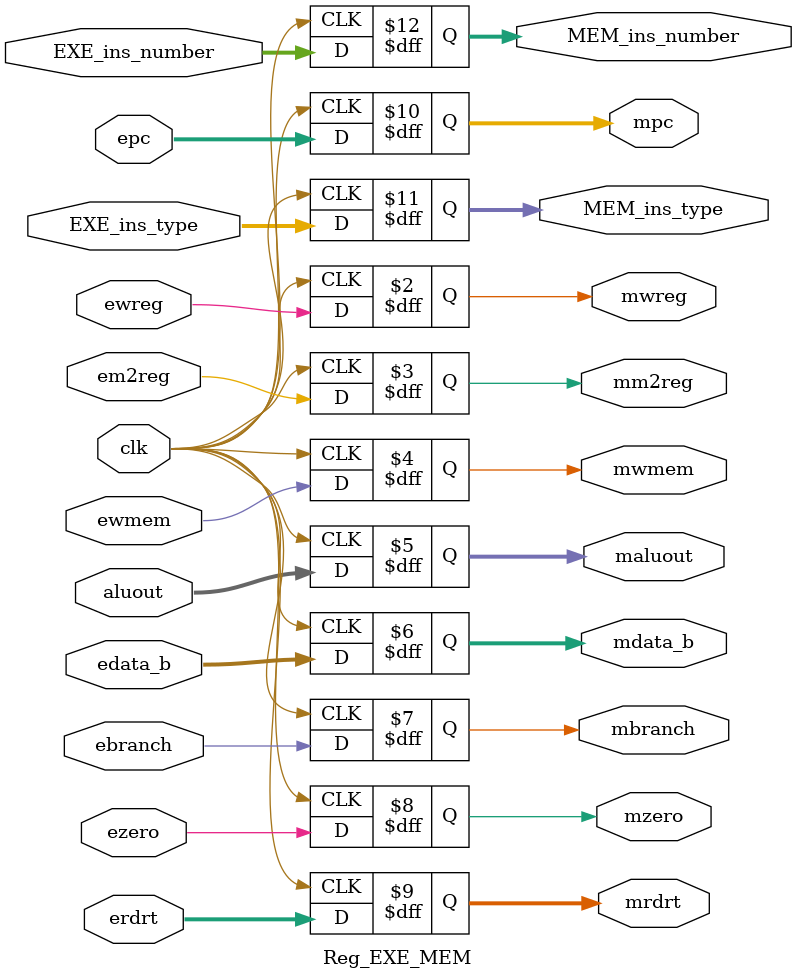
<source format=v>
`timescale 1ns / 1ps
module Reg_EXE_MEM(clk,	ewreg,em2reg,ewmem,aluout,edata_b,erdrt, ebranch,epc,ezero,//inputs
							mwreg,mm2reg,mwmem,maluout,mdata_b,mrdrt, mbranch,mpc,mzero, 
							EXE_ins_type, EXE_ins_number, MEM_ins_type, MEM_ins_number);
	input clk,ewreg,em2reg,ewmem;
	input [31:0]	aluout,edata_b;
	input ebranch;
	input ezero;
	input [4:0]		erdrt;
	input [31:0] epc;
	
	output mwreg,mm2reg,mwmem;
	output [31:0]	maluout,mdata_b;
	output mbranch;
	output mzero;
	output [4:0]		mrdrt;
	output [31:0] mpc;
		
	input[3:0] EXE_ins_type;
	input[3:0]	EXE_ins_number;
	output[3:0] MEM_ins_type;
	output[3:0] MEM_ins_number;

	reg[3:0] MEM_ins_type;
	reg[3:0] MEM_ins_number;	
	reg mwreg,mm2reg,mwmem;
	reg [31:0]	maluout,mdata_b;
	reg [4:0]		mrdrt;
	reg mbranch;
	reg mzero;
	reg [31:0] mpc;
	
	always@(posedge clk) begin
		mwreg <= ewreg;
		mm2reg <= em2reg;
		mwmem <= ewmem;
		maluout <= aluout;
		mdata_b <= edata_b;
		mrdrt <= erdrt;
		mbranch <= ebranch;
		mpc <= epc;
		mzero <= ezero;
		MEM_ins_type <= EXE_ins_type;
		MEM_ins_number <= EXE_ins_number;
	end
endmodule


</source>
